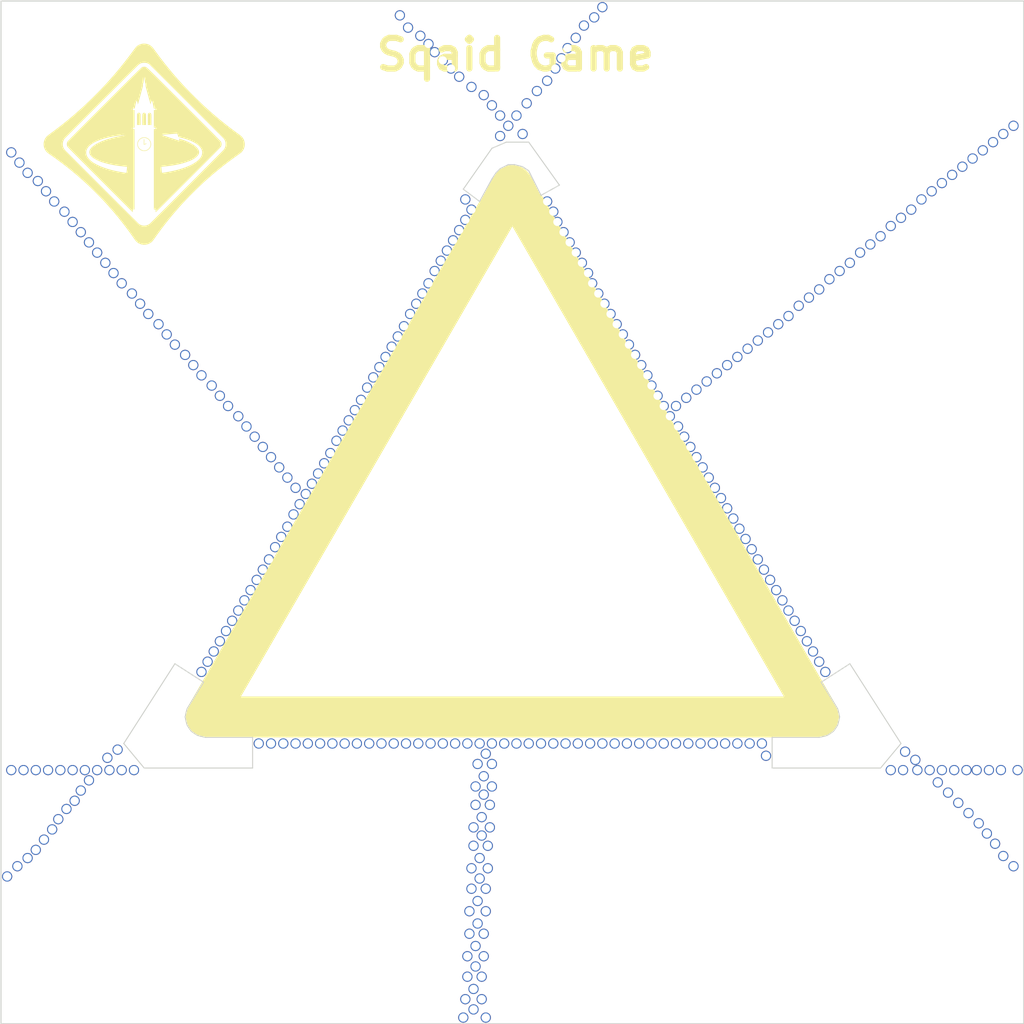
<source format=kicad_pcb>
(kicad_pcb (version 20240108) (generator "pcbnew") (generator_version "8.0")
  (layers (0 "F.Cu" signal) (31 "B.Cu" signal) (34 "B.Paste" user) (35 "F.Paste" user) (36 "B.SilkS" user "B.Silkscreen") (37 "F.SilkS" user "F.Silkscreen") (38 "B.Mask" user) (39 "F.Mask" user) (44 "Edge.Cuts" user))
  (net 0 "")
  (footprint "LOGO" (layer "F.Cu") (at 140.6 72.9)
    (property "Reference" "G***" (hide yes))
    (property "Value" "LOGO" (hide yes))
  )
  (gr_line (start 143.6 100.9) (end 158.6 74.919238) (stroke (width 2)) (layer "F.SilkS"))
  (gr_line (start 173.6 100.9) (end 158.6 74.919238) (stroke (width 2)) (layer "F.SilkS"))
  (gr_line (start 173.6 100.9) (end 143.6 100.9) (stroke (width 2)) (layer "F.SilkS"))
  (gr_line (start 159.1 74) (end 158.7 73.9) (stroke (width 0.05)) (layer "Edge.Cuts"))
  (gr_line (start 157.6 73.1) (end 158.3 72.8) (stroke (width 0.05)) (layer "Edge.Cuts"))
  (gr_line (start 142.7 100.5) (end 143.5 99.2) (stroke (width 0.05)) (layer "Edge.Cuts"))
  (gr_line (start 158.3 72.8) (end 159.4 72.8) (stroke (width 0.05)) (layer "Edge.Cuts"))
  (gr_line (start 160.9 74.9) (end 160 75.4) (stroke (width 0.05)) (layer "Edge.Cuts"))
  (gr_line (start 143.6 101.9) (end 143.2 101.8) (stroke (width 0.05)) (layer "Edge.Cuts"))
  (gr_line (start 145.9 101.9) (end 143.6 101.9) (stroke (width 0.05)) (layer "Edge.Cuts"))
  (gr_line (start 133.6 115.9) (end 133.6 65.9) (stroke (width 0.05)) (layer "Edge.Cuts"))
  (gr_line (start 174.6 100.9) (end 174.5 101.3) (stroke (width 0.05)) (layer "Edge.Cuts"))
  (gr_line (start 171.3 101.9) (end 171.3 103.4) (stroke (width 0.05)) (layer "Edge.Cuts"))
  (gr_line (start 156.2 75.1) (end 157.6 73.1) (stroke (width 0.05)) (layer "Edge.Cuts"))
  (gr_line (start 157.8 74.3) (end 157.6 74.6) (stroke (width 0.05)) (layer "Edge.Cuts"))
  (gr_line (start 174.3 101.6) (end 174 101.8) (stroke (width 0.05)) (layer "Edge.Cuts"))
  (gr_line (start 174.5 101.3) (end 174.3 101.6) (stroke (width 0.05)) (layer "Edge.Cuts"))
  (gr_line (start 158.4 73.9) (end 158 74.1) (stroke (width 0.05)) (layer "Edge.Cuts"))
  (gr_line (start 160 75.4) (end 159.4 74.2) (stroke (width 0.05)) (layer "Edge.Cuts"))
  (gr_line (start 143.5 99.2) (end 142.1 98.3) (stroke (width 0.05)) (layer "Edge.Cuts"))
  (gr_line (start 171.3 103.4) (end 176.6 103.4) (stroke (width 0.05)) (layer "Edge.Cuts"))
  (gr_line (start 157 75.7) (end 156.2 75.1) (stroke (width 0.05)) (layer "Edge.Cuts"))
  (gr_line (start 139.6 102.2) (end 140.6 103.4) (stroke (width 0.05)) (layer "Edge.Cuts"))
  (gr_line (start 158.7 73.9) (end 158.4 73.9) (stroke (width 0.05)) (layer "Edge.Cuts"))
  (gr_line (start 143.2 101.8) (end 142.9 101.6) (stroke (width 0.05)) (layer "Edge.Cuts"))
  (gr_line (start 158 74.1) (end 157.8 74.3) (stroke (width 0.05)) (layer "Edge.Cuts"))
  (gr_line (start 174 101.8) (end 173.6 101.9) (stroke (width 0.05)) (layer "Edge.Cuts"))
  (gr_line (start 159.4 72.8) (end 160.9 74.9) (stroke (width 0.05)) (layer "Edge.Cuts"))
  (gr_line (start 175.1 98.3) (end 173.7 99.2) (stroke (width 0.05)) (layer "Edge.Cuts"))
  (gr_line (start 173.7 99.2) (end 174.5 100.5) (stroke (width 0.05)) (layer "Edge.Cuts"))
  (gr_line (start 177.6 102.2) (end 175.1 98.3) (stroke (width 0.05)) (layer "Edge.Cuts"))
  (gr_line (start 183.6 65.9) (end 183.6 115.9) (stroke (width 0.05)) (layer "Edge.Cuts"))
  (gr_line (start 142.7 101.3) (end 142.6 100.9) (stroke (width 0.05)) (layer "Edge.Cuts"))
  (gr_line (start 145.9 103.4) (end 145.9 101.9) (stroke (width 0.05)) (layer "Edge.Cuts"))
  (gr_line (start 157.6 74.6) (end 157 75.7) (stroke (width 0.05)) (layer "Edge.Cuts"))
  (gr_line (start 142.6 100.9) (end 142.7 100.5) (stroke (width 0.05)) (layer "Edge.Cuts"))
  (gr_line (start 174.5 100.5) (end 174.6 100.9) (stroke (width 0.05)) (layer "Edge.Cuts"))
  (gr_line (start 159.4 74.2) (end 159.1 74) (stroke (width 0.05)) (layer "Edge.Cuts"))
  (gr_line (start 173.6 101.9) (end 171.3 101.9) (stroke (width 0.05)) (layer "Edge.Cuts"))
  (gr_line (start 176.6 103.4) (end 177.6 102.2) (stroke (width 0.05)) (layer "Edge.Cuts"))
  (gr_line (start 140.6 103.4) (end 145.9 103.4) (stroke (width 0.05)) (layer "Edge.Cuts"))
  (gr_line (start 142.1 98.3) (end 139.6 102.2) (stroke (width 0.05)) (layer "Edge.Cuts"))
  (gr_line (start 133.6 115.9) (end 183.6 115.9) (stroke (width 0.05)) (layer "Edge.Cuts"))
  (gr_line (start 183.6 65.9) (end 133.6 65.9) (stroke (width 0.05)) (layer "Edge.Cuts"))
  (gr_line (start 142.9 101.6) (end 142.7 101.3) (stroke (width 0.05)) (layer "Edge.Cuts"))
  (gr_text "Sqaid Game" (at 151.8 69.4 0) (layer "F.SilkS") (effects (font (size 1.5 1.5) (thickness 0.3) (bold yes)) (justify left bottom)))
  (via (at 162.3 79.2) (size 0.5) (drill 0.4) (layers "F.Cu" "B.Cu") (net 0))
  (via (at 179.4 104.1) (size 0.5) (drill 0.4) (layers "F.Cu" "B.Cu") (net 0))
  (via (at 177.7 103.5) (size 0.5) (drill 0.4) (layers "F.Cu" "B.Cu") (net 0))
  (via (at 156.6 70.1) (size 0.5) (drill 0.4) (layers "F.Cu" "B.Cu") (net 0))
  (via (at 152.1 83.8) (size 0.5) (drill 0.4) (layers "F.Cu" "B.Cu") (net 0))
  (via (at 160.3 75.7) (size 0.5) (drill 0.4) (layers "F.Cu" "B.Cu") (net 0))
  (via (at 166 85.7) (size 0.5) (drill 0.4) (layers "F.Cu" "B.Cu") (net 0))
  (via (at 167.1 85.3) (size 0.5) (drill 0.4) (layers "F.Cu" "B.Cu") (net 0))
  (via (at 138.8 102.9) (size 0.5) (drill 0.4) (layers "F.Cu" "B.Cu") (net 0))
  (via (at 172.1 95.7) (size 0.5) (drill 0.4) (layers "F.Cu" "B.Cu") (net 0))
  (via (at 157.2 70.5) (size 0.5) (drill 0.4) (layers "F.Cu" "B.Cu") (net 0))
  (via (at 156.8 104.3) (size 0.5) (drill 0.4) (layers "F.Cu" "B.Cu") (net 0))
  (via (at 156.7 114.2) (size 0.5) (drill 0.4) (layers "F.Cu" "B.Cu") (net 0))
  (via (at 151.2 85.4) (size 0.5) (drill 0.4) (layers "F.Cu" "B.Cu") (net 0))
  (via (at 151.6 102.2) (size 0.5) (drill 0.4) (layers "F.Cu" "B.Cu") (net 0))
  (via (at 178.3 103) (size 0.5) (drill 0.4) (layers "F.Cu" "B.Cu") (net 0))
  (via (at 146.4 93.7) (size 0.5) (drill 0.4) (layers "F.Cu" "B.Cu") (net 0))
  (via (at 167.2 102.2) (size 0.5) (drill 0.4) (layers "F.Cu" "B.Cu") (net 0))
  (via (at 139.1 79.2) (size 0.5) (drill 0.4) (layers "F.Cu" "B.Cu") (net 0))
  (via (at 164.6 83.2) (size 0.5) (drill 0.4) (layers "F.Cu" "B.Cu") (net 0))
  (via (at 183.1 72) (size 0.5) (drill 0.4) (layers "F.Cu" "B.Cu") (net 0))
  (via (at 157.1 114.7) (size 0.5) (drill 0.4) (layers "F.Cu" "B.Cu") (net 0))
  (via (at 149.7 88) (size 0.5) (drill 0.4) (layers "F.Cu" "B.Cu") (net 0))
  (via (at 136.4 105.9) (size 0.5) (drill 0.4) (layers "F.Cu" "B.Cu") (net 0))
  (via (at 168.1 84.5) (size 0.5) (drill 0.4) (layers "F.Cu" "B.Cu") (net 0))
  (via (at 134.5 73.8) (size 0.5) (drill 0.4) (layers "F.Cu" "B.Cu") (net 0))
  (via (at 146.1 94.2) (size 0.5) (drill 0.4) (layers "F.Cu" "B.Cu") (net 0))
  (via (at 177.8 102.6) (size 0.5) (drill 0.4) (layers "F.Cu" "B.Cu") (net 0))
  (via (at 149.1 89) (size 0.5) (drill 0.4) (layers "F.Cu" "B.Cu") (net 0))
  (via (at 157.6 103.2) (size 0.5) (drill 0.4) (layers "F.Cu" "B.Cu") (net 0))
  (via (at 168.5 89.7) (size 0.5) (drill 0.4) (layers "F.Cu" "B.Cu") (net 0))
  (via (at 182.6 72.4) (size 0.5) (drill 0.4) (layers "F.Cu" "B.Cu") (net 0))
  (via (at 159.1 72.4) (size 0.5) (drill 0.4) (layers "F.Cu" "B.Cu") (net 0))
  (via (at 156.4 112.6) (size 0.5) (drill 0.4) (layers "F.Cu" "B.Cu") (net 0))
  (via (at 152.2 102.2) (size 0.5) (drill 0.4) (layers "F.Cu" "B.Cu") (net 0))
  (via (at 166 102.2) (size 0.5) (drill 0.4) (layers "F.Cu" "B.Cu") (net 0))
  (via (at 179.6 103.5) (size 0.5) (drill 0.4) (layers "F.Cu" "B.Cu") (net 0))
  (via (at 134.1 73.3) (size 0.5) (drill 0.4) (layers "F.Cu" "B.Cu") (net 0))
  (via (at 150 87.4) (size 0.5) (drill 0.4) (layers "F.Cu" "B.Cu") (net 0))
  (via (at 156 77.1) (size 0.5) (drill 0.4) (layers "F.Cu" "B.Cu") (net 0))
  (via (at 159.3 70.9) (size 0.5) (drill 0.4) (layers "F.Cu" "B.Cu") (net 0))
  (via (at 156.5 111.5) (size 0.5) (drill 0.4) (layers "F.Cu" "B.Cu") (net 0))
  (via (at 155.2 68.8) (size 0.5) (drill 0.4) (layers "F.Cu" "B.Cu") (net 0))
  (via (at 158.2 102.2) (size 0.5) (drill 0.4) (layers "F.Cu" "B.Cu") (net 0))
  (via (at 150.9 85.9) (size 0.5) (drill 0.4) (layers "F.Cu" "B.Cu") (net 0))
  (via (at 156.3 75.6) (size 0.5) (drill 0.4) (layers "F.Cu" "B.Cu") (net 0))
  (via (at 169 102.2) (size 0.5) (drill 0.4) (layers "F.Cu" "B.Cu") (net 0))
  (via (at 179 103.5) (size 0.5) (drill 0.4) (layers "F.Cu" "B.Cu") (net 0))
  (via (at 167.6 84.9) (size 0.5) (drill 0.4) (layers "F.Cu" "B.Cu") (net 0))
  (via (at 134.9 107.8) (size 0.5) (drill 0.4) (layers "F.Cu" "B.Cu") (net 0))
  (via (at 156.8 113.1) (size 0.5) (drill 0.4) (layers "F.Cu" "B.Cu") (net 0))
  (via (at 133.9 108.7) (size 0.5) (drill 0.4) (layers "F.Cu" "B.Cu") (net 0))
  (via (at 162.8 80.2) (size 0.5) (drill 0.4) (layers "F.Cu" "B.Cu") (net 0))
  (via (at 168.2 89.2) (size 0.5) (drill 0.4) (layers "F.Cu" "B.Cu") (net 0))
  (via (at 173.6 80) (size 0.5) (drill 0.4) (layers "F.Cu" "B.Cu") (net 0))
  (via (at 170.6 93.2) (size 0.5) (drill 0.4) (layers "F.Cu" "B.Cu") (net 0))
  (via (at 181.1 73.6) (size 0.5) (drill 0.4) (layers "F.Cu" "B.Cu") (net 0))
  (via (at 169.1 90.7) (size 0.5) (drill 0.4) (layers "F.Cu" "B.Cu") (net 0))
  (via (at 135.9 103.5) (size 0.5) (drill 0.4) (layers "F.Cu" "B.Cu") (net 0))
  (via (at 157.2 111.5) (size 0.5) (drill 0.4) (layers "F.Cu" "B.Cu") (net 0))
  (via (at 164.9 83.7) (size 0.5) (drill 0.4) (layers "F.Cu" "B.Cu") (net 0))
  (via (at 156.8 105.2) (size 0.5) (drill 0.4) (layers "F.Cu" "B.Cu") (net 0))
  (via (at 136.5 103.5) (size 0.5) (drill 0.4) (layers "F.Cu" "B.Cu") (net 0))
  (via (at 157 102.2) (size 0.5) (drill 0.4) (layers "F.Cu" "B.Cu") (net 0))
  (via (at 164.3 82.7) (size 0.5) (drill 0.4) (layers "F.Cu" "B.Cu") (net 0))
  (via (at 165.4 102.2) (size 0.5) (drill 0.4) (layers "F.Cu" "B.Cu") (net 0))
  (via (at 167.3 87.7) (size 0.5) (drill 0.4) (layers "F.Cu" "B.Cu") (net 0))
  (via (at 135.4 74.7) (size 0.5) (drill 0.4) (layers "F.Cu" "B.Cu") (net 0))
  (via (at 171 102.8) (size 0.5) (drill 0.4) (layers "F.Cu" "B.Cu") (net 0))
  (via (at 182.2 107.1) (size 0.5) (drill 0.4) (layers "F.Cu" "B.Cu") (net 0))
  (via (at 171.8 95.2) (size 0.5) (drill 0.4) (layers "F.Cu" "B.Cu") (net 0))
  (via (at 157.6 102.2) (size 0.5) (drill 0.4) (layers "F.Cu" "B.Cu") (net 0))
  (via (at 164 82.2) (size 0.5) (drill 0.4) (layers "F.Cu" "B.Cu") (net 0))
  (via (at 181.8 106.6) (size 0.5) (drill 0.4) (layers "F.Cu" "B.Cu") (net 0))
  (via (at 136.7 76.2) (size 0.5) (drill 0.4) (layers "F.Cu" "B.Cu") (net 0))
  (via (at 161.2 102.2) (size 0.5) (drill 0.4) (layers "F.Cu" "B.Cu") (net 0))
  (via (at 171.2 94.2) (size 0.5) (drill 0.4) (layers "F.Cu" "B.Cu") (net 0))
  (via (at 163.7 81.7) (size 0.5) (drill 0.4) (layers "F.Cu" "B.Cu") (net 0))
  (via (at 154.5 79.7) (size 0.5) (drill 0.4) (layers "F.Cu" "B.Cu") (net 0))
  (via (at 144.7 85.7) (size 0.5) (drill 0.4) (layers "F.Cu" "B.Cu") (net 0))
  (via (at 167.6 88.2) (size 0.5) (drill 0.4) (layers "F.Cu" "B.Cu") (net 0))
  (via (at 140.1 103.5) (size 0.5) (drill 0.4) (layers "F.Cu" "B.Cu") (net 0))
  (via (at 160.6 102.2) (size 0.5) (drill 0.4) (layers "F.Cu" "B.Cu") (net 0))
  (via (at 157.4 107.2) (size 0.5) (drill 0.4) (layers "F.Cu" "B.Cu") (net 0))
  (via (at 144 97.7) (size 0.5) (drill 0.4) (layers "F.Cu" "B.Cu") (net 0))
  (via (at 151.5 84.8) (size 0.5) (drill 0.4) (layers "F.Cu" "B.Cu") (net 0))
  (via (at 181.3 103.5) (size 0.5) (drill 0.4) (layers "F.Cu" "B.Cu") (net 0))
  (via (at 158 72.5) (size 0.5) (drill 0.4) (layers "F.Cu" "B.Cu") (net 0))
  (via (at 183.1 108.2) (size 0.5) (drill 0.4) (layers "F.Cu" "B.Cu") (net 0))
  (via (at 140.4 80.7) (size 0.5) (drill 0.4) (layers "F.Cu" "B.Cu") (net 0))
  (via (at 170.6 82.5) (size 0.5) (drill 0.4) (layers "F.Cu" "B.Cu") (net 0))
  (via (at 135.7 106.9) (size 0.5) (drill 0.4) (layers "F.Cu" "B.Cu") (net 0))
  (via (at 167.8 102.2) (size 0.5) (drill 0.4) (layers "F.Cu" "B.Cu") (net 0))
  (via (at 157.6 104.3) (size 0.5) (drill 0.4) (layers "F.Cu" "B.Cu") (net 0))
  (via (at 135.3 107.4) (size 0.5) (drill 0.4) (layers "F.Cu" "B.Cu") (net 0))
  (via (at 151 102.2) (size 0.5) (drill 0.4) (layers "F.Cu" "B.Cu") (net 0))
  (via (at 161.8 102.2) (size 0.5) (drill 0.4) (layers "F.Cu" "B.Cu") (net 0))
  (via (at 145.8 94.7) (size 0.5) (drill 0.4) (layers "F.Cu" "B.Cu") (net 0))
  (via (at 147.9 91) (size 0.5) (drill 0.4) (layers "F.Cu" "B.Cu") (net 0))
  (via (at 161 68.7) (size 0.5) (drill 0.4) (layers "F.Cu" "B.Cu") (net 0))
  (via (at 147.6 91.6) (size 0.5) (drill 0.4) (layers "F.Cu" "B.Cu") (net 0))
  (via (at 157.3 110.4) (size 0.5) (drill 0.4) (layers "F.Cu" "B.Cu") (net 0))
  (via (at 157.2 112.6) (size 0.5) (drill 0.4) (layers "F.Cu" "B.Cu") (net 0))
  (via (at 144.3 85.2) (size 0.5) (drill 0.4) (layers "F.Cu" "B.Cu") (net 0))
  (via (at 168.4 102.2) (size 0.5) (drill 0.4) (layers "F.Cu" "B.Cu") (net 0))
  (via (at 153.3 81.8) (size 0.5) (drill 0.4) (layers "F.Cu" "B.Cu") (net 0))
  (via (at 154.2 80.2) (size 0.5) (drill 0.4) (layers "F.Cu" "B.Cu") (net 0))
  (via (at 158.8 102.2) (size 0.5) (drill 0.4) (layers "F.Cu" "B.Cu") (net 0))
  (via (at 178.4 103.5) (size 0.5) (drill 0.4) (layers "F.Cu" "B.Cu") (net 0))
  (via (at 153.4 102.2) (size 0.5) (drill 0.4) (layers "F.Cu" "B.Cu") (net 0))
  (via (at 143.7 98.2) (size 0.5) (drill 0.4) (layers "F.Cu" "B.Cu") (net 0))
  (via (at 156.4 102.2) (size 0.5) (drill 0.4) (layers "F.Cu" "B.Cu") (net 0))
  (via (at 152.8 102.2) (size 0.5) (drill 0.4) (layers "F.Cu" "B.Cu") (net 0))
  (via (at 157 108.8) (size 0.5) (drill 0.4) (layers "F.Cu" "B.Cu") (net 0))
  (via (at 134.9 74.3) (size 0.5) (drill 0.4) (layers "F.Cu" "B.Cu") (net 0))
  (via (at 159.8 70.3) (size 0.5) (drill 0.4) (layers "F.Cu" "B.Cu") (net 0))
  (via (at 155.6 69.2) (size 0.5) (drill 0.4) (layers "F.Cu" "B.Cu") (net 0))
  (via (at 137.1 103.5) (size 0.5) (drill 0.4) (layers "F.Cu" "B.Cu") (net 0))
  (via (at 173 97.2) (size 0.5) (drill 0.4) (layers "F.Cu" "B.Cu") (net 0))
  (via (at 134.1 103.5) (size 0.5) (drill 0.4) (layers "F.Cu" "B.Cu") (net 0))
  (via (at 150.6 86.4) (size 0.5) (drill 0.4) (layers "F.Cu" "B.Cu") (net 0))
  (via (at 148 89.7) (size 0.5) (drill 0.4) (layers "F.Cu" "B.Cu") (net 0))
  (via (at 173.9 98.7) (size 0.5) (drill 0.4) (layers "F.Cu" "B.Cu") (net 0))
  (via (at 136.1 106.4) (size 0.5) (drill 0.4) (layers "F.Cu" "B.Cu") (net 0))
  (via (at 173.6 98.2) (size 0.5) (drill 0.4) (layers "F.Cu" "B.Cu") (net 0))
  (via (at 143.4 84.2) (size 0.5) (drill 0.4) (layers "F.Cu" "B.Cu") (net 0))
  (via (at 180.4 105.1) (size 0.5) (drill 0.4) (layers "F.Cu" "B.Cu") (net 0))
  (via (at 156.3 76.6) (size 0.5) (drill 0.4) (layers "F.Cu" "B.Cu") (net 0))
  (via (at 157.5 106.3) (size 0.5) (drill 0.4) (layers "F.Cu" "B.Cu") (net 0))
  (via (at 134.7 103.5) (size 0.5) (drill 0.4) (layers "F.Cu" "B.Cu") (net 0))
  (via (at 147.4 102.2) (size 0.5) (drill 0.4) (layers "F.Cu" "B.Cu") (net 0))
  (via (at 149.8 102.2) (size 0.5) (drill 0.4) (layers "F.Cu" "B.Cu") (net 0))
  (via (at 157.3 109.3) (size 0.5) (drill 0.4) (layers "F.Cu" "B.Cu") (net 0))
  (via (at 144.3 97.2) (size 0.5) (drill 0.4) (layers "F.Cu" "B.Cu") (net 0))
  (via (at 148.5 90) (size 0.5) (drill 0.4) (layers "F.Cu" "B.Cu") (net 0))
  (via (at 147.6 89.2) (size 0.5) (drill 0.4) (layers "F.Cu" "B.Cu") (net 0))
  (via (at 154.6 102.2) (size 0.5) (drill 0.4) (layers "F.Cu" "B.Cu") (net 0))
  (via (at 143.4 98.7) (size 0.5) (drill 0.4) (layers "F.Cu" "B.Cu") (net 0))
  (via (at 155.4 78.1) (size 0.5) (drill 0.4) (layers "F.Cu" "B.Cu") (net 0))
  (via (at 161.7 67.7) (size 0.5) (drill 0.4) (layers "F.Cu" "B.Cu") (net 0))
  (via (at 173.1 80.4) (size 0.5) (drill 0.4) (layers "F.Cu" "B.Cu") (net 0))
  (via (at 181.9 103.5) (size 0.5) (drill 0.4) (layers "F.Cu" "B.Cu") (net 0))
  (via (at 180.1 74.4) (size 0.5) (drill 0.4) (layers "F.Cu" "B.Cu") (net 0))
  (via (at 160.8 76.7) (size 0.5) (drill 0.4) (layers "F.Cu" "B.Cu") (net 0))
  (via (at 149.4 88.5) (size 0.5) (drill 0.4) (layers "F.Cu" "B.Cu") (net 0))
  (via (at 156.6 108.3) (size 0.5) (drill 0.4) (layers "F.Cu" "B.Cu") (net 0))
  (via (at 179.1 75.2) (size 0.5) (drill 0.4) (layers "F.Cu" "B.Cu") (net 0))
  (via (at 182.485273 103.497267) (size 0.5) (drill 0.4) (layers "F.Cu" "B.Cu") (net 0))
  (via (at 154.1 67.6) (size 0.5) (drill 0.4) (layers "F.Cu" "B.Cu") (net 0))
  (via (at 162.4 102.2) (size 0.5) (drill 0.4) (layers "F.Cu" "B.Cu") (net 0))
  (via (at 173.3 97.7) (size 0.5) (drill 0.4) (layers "F.Cu" "B.Cu") (net 0))
  (via (at 166.3 86.2) (size 0.5) (drill 0.4) (layers "F.Cu" "B.Cu") (net 0))
  (via (at 171.1 82.1) (size 0.5) (drill 0.4) (layers "F.Cu" "B.Cu") (net 0))
  (via (at 176.6 77.4) (size 0.5) (drill 0.4) (layers "F.Cu" "B.Cu") (net 0))
  (via (at 157.1 106.7) (size 0.5) (drill 0.4) (layers "F.Cu" "B.Cu") (net 0))
  (via (at 150.3 86.9) (size 0.5) (drill 0.4) (layers "F.Cu" "B.Cu") (net 0))
  (via (at 143.9 84.7) (size 0.5) (drill 0.4) (layers "F.Cu" "B.Cu") (net 0))
  (via (at 165.2 84.2) (size 0.5) (drill 0.4) (layers "F.Cu" "B.Cu") (net 0))
  (via (at 142.6 83.2) (size 0.5) (drill 0.4) (layers "F.Cu" "B.Cu") (net 0))
  (via (at 141.7 82.2) (size 0.5) (drill 0.4) (layers "F.Cu" "B.Cu") (net 0))
  (via (at 147.2 88.7) (size 0.5) (drill 0.4) (layers "F.Cu" "B.Cu") (net 0))
  (via (at 175.6 78.2) (size 0.5) (drill 0.4) (layers "F.Cu" "B.Cu") (net 0))
  (via (at 180.9 105.6) (size 0.5) (drill 0.4) (layers "F.Cu" "B.Cu") (net 0))
  (via (at 161.7 78.2) (size 0.5) (drill 0.4) (layers "F.Cu" "B.Cu") (net 0))
  (via (at 169.6 83.3) (size 0.5) (drill 0.4) (layers "F.Cu" "B.Cu") (net 0))
  (via (at 156.8 112.1) (size 0.5) (drill 0.4) (layers "F.Cu" "B.Cu") (net 0))
  (via (at 172.7 96.7) (size 0.5) (drill 0.4) (layers "F.Cu" "B.Cu") (net 0))
  (via (at 157.2 103.8) (size 0.5) (drill 0.4) (layers "F.Cu" "B.Cu") (net 0))
  (via (at 140 80.2) (size 0.5) (drill 0.4) (layers "F.Cu" "B.Cu") (net 0))
  (via (at 177.6 76.5) (size 0.5) (drill 0.4) (layers "F.Cu" "B.Cu") (net 0))
  (via (at 163 66.2) (size 0.5) (drill 0.4) (layers "F.Cu" "B.Cu") (net 0))
  (via (at 155.1 78.6) (size 0.5) (drill 0.4) (layers "F.Cu" "B.Cu") (net 0))
  (via (at 156.7 115.2) (size 0.5) (drill 0.4) (layers "F.Cu" "B.Cu") (net 0))
  (via (at 153 82.3) (size 0.5) (drill 0.4) (layers "F.Cu" "B.Cu") (net 0))
  (via (at 144.6 96.7) (size 0.5) (drill 0.4) (layers "F.Cu" "B.Cu") (net 0))
  (via (at 169.1 83.7) (size 0.5) (drill 0.4) (layers "F.Cu" "B.Cu") (net 0))
  (via (at 172.1 81.3) (size 0.5) (drill 0.4) (layers "F.Cu" "B.Cu") (net 0))
  (via (at 148 102.2) (size 0.5) (drill 0.4) (layers "F.Cu" "B.Cu") (net 0))
  (via (at 156.5 110.4) (size 0.5) (drill 0.4) (layers "F.Cu" "B.Cu") (net 0))
  (via (at 164.8 102.2) (size 0.5) (drill 0.4) (layers "F.Cu" "B.Cu") (net 0))
  (via (at 174.6 79.1) (size 0.5) (drill 0.4) (layers "F.Cu" "B.Cu") (net 0))
  (via (at 143 83.7) (size 0.5) (drill 0.4) (layers "F.Cu" "B.Cu") (net 0))
  (via (at 138.3 103.5) (size 0.5) (drill 0.4) (layers "F.Cu" "B.Cu") (net 0))
  (via (at 170.8 102.2) (size 0.5) (drill 0.4) (layers "F.Cu" "B.Cu") (net 0))
  (via (at 139.3 102.5) (size 0.5) (drill 0.4) (layers "F.Cu" "B.Cu") (net 0))
  (via (at 178.1 76.1) (size 0.5) (drill 0.4) (layers "F.Cu" "B.Cu") (net 0))
  (via (at 156.6 109.3) (size 0.5) (drill 0.4) (layers "F.Cu" "B.Cu") (net 0))
  (via (at 139.5 103.5) (size 0.5) (drill 0.4) (layers "F.Cu" "B.Cu") (net 0))
  (via (at 169.4 91.2) (size 0.5) (drill 0.4) (layers "F.Cu" "B.Cu") (net 0))
  (via (at 136.2 75.7) (size 0.5) (drill 0.4) (layers "F.Cu" "B.Cu") (net 0))
  (via (at 141.3 81.7) (size 0.5) (drill 0.4) (layers "F.Cu" "B.Cu") (net 0))
  (via (at 153.1 66.6) (size 0.5) (drill 0.4) (layers "F.Cu" "B.Cu") (net 0))
  (via (at 170.9 93.7) (size 0.5) (drill 0.4) (layers "F.Cu" "B.Cu") (net 0))
  (via (at 159.4 102.2) (size 0.5) (drill 0.4) (layers "F.Cu" "B.Cu") (net 0))
  (via (at 134.4 108.2) (size 0.5) (drill 0.4) (layers "F.Cu" "B.Cu") (net 0))
  (via (at 157.6 71) (size 0.5) (drill 0.4) (layers "F.Cu" "B.Cu") (net 0))
  (via (at 181.6 73.2) (size 0.5) (drill 0.4) (layers "F.Cu" "B.Cu") (net 0))
  (via (at 138.3 78.2) (size 0.5) (drill 0.4) (layers "F.Cu" "B.Cu") (net 0))
  (via (at 156.2 115.6) (size 0.5) (drill 0.4) (layers "F.Cu" "B.Cu") (net 0))
  (via (at 166.7 86.7) (size 0.5) (drill 0.4) (layers "F.Cu" "B.Cu") (net 0))
  (via (at 148.8 89.5) (size 0.5) (drill 0.4) (layers "F.Cu" "B.Cu") (net 0))
  (via (at 154.8 79.1) (size 0.5) (drill 0.4) (layers "F.Cu" "B.Cu") (net 0))
  (via (at 137.9 104) (size 0.5) (drill 0.4) (layers "F.Cu" "B.Cu") (net 0))
  (via (at 156.6 76.1) (size 0.5) (drill 0.4) (layers "F.Cu" "B.Cu") (net 0))
  (via (at 156.3 114.7) (size 0.5) (drill 0.4) (layers "F.Cu" "B.Cu") (net 0))
  (via (at 163.6 102.2) (size 0.5) (drill 0.4) (layers "F.Cu" "B.Cu") (net 0))
  (via (at 135.8 75.2) (size 0.5) (drill 0.4) (layers "F.Cu" "B.Cu") (net 0))
  (via (at 138.7 78.7) (size 0.5) (drill 0.4) (layers "F.Cu" "B.Cu") (net 0))
  (via (at 153.9 80.7) (size 0.5) (drill 0.4) (layers "F.Cu" "B.Cu") (net 0))
  (via (at 147 92.6) (size 0.5) (drill 0.4) (layers "F.Cu" "B.Cu") (net 0))
  (via (at 157.1 113.6) (size 0.5) (drill 0.4) (layers "F.Cu" "B.Cu") (net 0))
  (via (at 160.3 69.8) (size 0.5) (drill 0.4) (layers "F.Cu" "B.Cu") (net 0))
  (via (at 164.2 102.2) (size 0.5) (drill 0.4) (layers "F.Cu" "B.Cu") (net 0))
  (via (at 170 92.2) (size 0.5) (drill 0.4) (layers "F.Cu" "B.Cu") (net 0))
  (via (at 171.5 94.7) (size 0.5) (drill 0.4) (layers "F.Cu" "B.Cu") (net 0))
  (via (at 137.7 103.5) (size 0.5) (drill 0.4) (layers "F.Cu" "B.Cu") (net 0))
  (via (at 148.6 102.2) (size 0.5) (drill 0.4) (layers "F.Cu" "B.Cu") (net 0))
  (via (at 146.7 93.2) (size 0.5) (drill 0.4) (layers "F.Cu" "B.Cu") (net 0))
  (via (at 145.2 95.7) (size 0.5) (drill 0.4) (layers "F.Cu" "B.Cu") (net 0))
  (via (at 170.2 102.2) (size 0.5) (drill 0.4) (layers "F.Cu" "B.Cu") (net 0))
  (via (at 146.8 102.2) (size 0.5) (drill 0.4) (layers "F.Cu" "B.Cu") (net 0))
  (via (at 155.8 102.2) (size 0.5) (drill 0.4) (layers "F.Cu" "B.Cu") (net 0))
  (via (at 157.4 108.3) (size 0.5) (drill 0.4) (layers "F.Cu" "B.Cu") (net 0))
  (via (at 180.8 103.5) (size 0.5) (drill 0.4) (layers "F.Cu" "B.Cu") (net 0))
  (via (at 158.4 72) (size 0.5) (drill 0.4) (layers "F.Cu" "B.Cu") (net 0))
  (via (at 157.5 105.2) (size 0.5) (drill 0.4) (layers "F.Cu" "B.Cu") (net 0))
  (via (at 182.6 107.7) (size 0.5) (drill 0.4) (layers "F.Cu" "B.Cu") (net 0))
  (via (at 180.6 74) (size 0.5) (drill 0.4) (layers "F.Cu" "B.Cu") (net 0))
  (via (at 162 78.7) (size 0.5) (drill 0.4) (layers "F.Cu" "B.Cu") (net 0))
  (via (at 183.3 103.5) (size 0.5) (drill 0.4) (layers "F.Cu" "B.Cu") (net 0))
  (via (at 176.1 77.8) (size 0.5) (drill 0.4) (layers "F.Cu" "B.Cu") (net 0))
  (via (at 155.7 77.6) (size 0.5) (drill 0.4) (layers "F.Cu" "B.Cu") (net 0))
  (via (at 162.5 79.7) (size 0.5) (drill 0.4) (layers "F.Cu" "B.Cu") (net 0))
  (via (at 168.6 84.1) (size 0.5) (drill 0.4) (layers "F.Cu" "B.Cu") (net 0))
  (via (at 156.9 103.2) (size 0.5) (drill 0.4) (layers "F.Cu" "B.Cu") (net 0))
  (via (at 170.1 82.9) (size 0.5) (drill 0.4) (layers "F.Cu" "B.Cu") (net 0))
  (via (at 154 102.2) (size 0.5) (drill 0.4) (layers "F.Cu" "B.Cu") (net 0))
  (via (at 145.6 86.7) (size 0.5) (drill 0.4) (layers "F.Cu" "B.Cu") (net 0))
  (via (at 137.1 76.7) (size 0.5) (drill 0.4) (layers "F.Cu" "B.Cu") (net 0))
  (via (at 153.5 67.2) (size 0.5) (drill 0.4) (layers "F.Cu" "B.Cu") (net 0))
  (via (at 169.7 91.7) (size 0.5) (drill 0.4) (layers "F.Cu" "B.Cu") (net 0))
  (via (at 161.3 68.2) (size 0.5) (drill 0.4) (layers "F.Cu" "B.Cu") (net 0))
  (via (at 140.8 81.2) (size 0.5) (drill 0.4) (layers "F.Cu" "B.Cu") (net 0))
  (via (at 162.6 66.7) (size 0.5) (drill 0.4) (layers "F.Cu" "B.Cu") (net 0))
  (via (at 135.3 103.5) (size 0.5) (drill 0.4) (layers "F.Cu" "B.Cu") (net 0))
  (via (at 171.6 81.7) (size 0.5) (drill 0.4) (layers "F.Cu" "B.Cu") (net 0))
  (via (at 160.7 69.2) (size 0.5) (drill 0.4) (layers "F.Cu" "B.Cu") (net 0))
  (via (at 142.1 82.7) (size 0.5) (drill 0.4) (layers "F.Cu" "B.Cu") (net 0))
  (via (at 148.2 90.5) (size 0.5) (drill 0.4) (layers "F.Cu" "B.Cu") (net 0))
  (via (at 165.4 84.7) (size 0.5) (drill 0.4) (layers "F.Cu" "B.Cu") (net 0))
  (via (at 172.4 96.2) (size 0.5) (drill 0.4) (layers "F.Cu" "B.Cu") (net 0))
  (via (at 160 102.2) (size 0.5) (drill 0.4) (layers "F.Cu" "B.Cu") (net 0))
  (via (at 172.6 80.8) (size 0.5) (drill 0.4) (layers "F.Cu" "B.Cu") (net 0))
  (via (at 136.8 105.4) (size 0.5) (drill 0.4) (layers "F.Cu" "B.Cu") (net 0))
  (via (at 178.6 75.6) (size 0.5) (drill 0.4) (layers "F.Cu" "B.Cu") (net 0))
  (via (at 153.6 81.2) (size 0.5) (drill 0.4) (layers "F.Cu" "B.Cu") (net 0))
  (via (at 157.3 102.7) (size 0.5) (drill 0.4) (layers "F.Cu" "B.Cu") (net 0))
  (via (at 146 87.2) (size 0.5) (drill 0.4) (layers "F.Cu" "B.Cu") (net 0))
  (via (at 138.9 103.5) (size 0.5) (drill 0.4) (layers "F.Cu" "B.Cu") (net 0))
  (via (at 156.7 106.3) (size 0.5) (drill 0.4) (layers "F.Cu" "B.Cu") (net 0))
  (via (at 163.1 80.7) (size 0.5) (drill 0.4) (layers "F.Cu" "B.Cu") (net 0))
  (via (at 137.5 77.2) (size 0.5) (drill 0.4) (layers "F.Cu" "B.Cu") (net 0))
  (via (at 166.6 85.7) (size 0.5) (drill 0.4) (layers "F.Cu" "B.Cu") (net 0))
  (via (at 175.1 78.7) (size 0.5) (drill 0.4) (layers "F.Cu" "B.Cu") (net 0))
  (via (at 157.3 115.6) (size 0.5) (drill 0.4) (layers "F.Cu" "B.Cu") (net 0))
  (via (at 137.9 77.7) (size 0.5) (drill 0.4) (layers "F.Cu" "B.Cu") (net 0))
  (via (at 161.4 77.7) (size 0.5) (drill 0.4) (layers "F.Cu" "B.Cu") (net 0))
  (via (at 154.5 68) (size 0.5) (drill 0.4) (layers "F.Cu" "B.Cu") (net 0))
  (via (at 177.1 76.9) (size 0.5) (drill 0.4) (layers "F.Cu" "B.Cu") (net 0))
  (via (at 161.1 77.2) (size 0.5) (drill 0.4) (layers "F.Cu" "B.Cu") (net 0))
  (via (at 160.6 76.2) (size 0.5) (drill 0.4) (layers "F.Cu" "B.Cu") (net 0))
  (via (at 156.9 111) (size 0.5) (drill 0.4) (layers "F.Cu" "B.Cu") (net 0))
  (via (at 139.5 79.7) (size 0.5) (drill 0.4) (layers "F.Cu" "B.Cu") (net 0))
  (via (at 181.4 106.1) (size 0.5) (drill 0.4) (layers "F.Cu" "B.Cu") (net 0))
  (via (at 145.2 86.2) (size 0.5) (drill 0.4) (layers "F.Cu" "B.Cu") (net 0))
  (via (at 169.6 102.2) (size 0.5) (drill 0.4) (layers "F.Cu" "B.Cu") (net 0))
  (via (at 157.2 104.7) (size 0.5) (drill 0.4) (layers "F.Cu" "B.Cu") (net 0))
  (via (at 182.1 72.8) (size 0.5) (drill 0.4) (layers "F.Cu" "B.Cu") (net 0))
  (via (at 157 107.8) (size 0.5) (drill 0.4) (layers "F.Cu" "B.Cu") (net 0))
  (via (at 146.2 102.2) (size 0.5) (drill 0.4) (layers "F.Cu" "B.Cu") (net 0))
  (via (at 166.6 102.2) (size 0.5) (drill 0.4) (layers "F.Cu" "B.Cu") (net 0))
  (via (at 146.4 87.7) (size 0.5) (drill 0.4) (layers "F.Cu" "B.Cu") (net 0))
  (via (at 145.5 95.2) (size 0.5) (drill 0.4) (layers "F.Cu" "B.Cu") (net 0))
  (via (at 155.2 102.2) (size 0.5) (drill 0.4) (layers "F.Cu" "B.Cu") (net 0))
  (via (at 156 69.6) (size 0.5) (drill 0.4) (layers "F.Cu" "B.Cu") (net 0))
  (via (at 150.4 102.2) (size 0.5) (drill 0.4) (layers "F.Cu" "B.Cu") (net 0))
  (via (at 147.3 92.1) (size 0.5) (drill 0.4) (layers "F.Cu" "B.Cu") (net 0))
  (via (at 179.6 74.8) (size 0.5) (drill 0.4) (layers "F.Cu" "B.Cu") (net 0))
  (via (at 149.2 102.2) (size 0.5) (drill 0.4) (layers "F.Cu" "B.Cu") (net 0))
  (via (at 168.8 90.2) (size 0.5) (drill 0.4) (layers "F.Cu" "B.Cu") (net 0))
  (via (at 144.9 96.2) (size 0.5) (drill 0.4) (layers "F.Cu" "B.Cu") (net 0))
  (via (at 167 87.2) (size 0.5) (drill 0.4) (layers "F.Cu" "B.Cu") (net 0))
  (via (at 137.5 104.5) (size 0.5) (drill 0.4) (layers "F.Cu" "B.Cu") (net 0))
  (via (at 152.7 82.8) (size 0.5) (drill 0.4) (layers "F.Cu" "B.Cu") (net 0))
  (via (at 137.2 105) (size 0.5) (drill 0.4) (layers "F.Cu" "B.Cu") (net 0))
  (via (at 162.1 67.1) (size 0.5) (drill 0.4) (layers "F.Cu" "B.Cu") (net 0))
  (via (at 151.8 84.3) (size 0.5) (drill 0.4) (layers "F.Cu" "B.Cu") (net 0))
  (via (at 177.1 103.5) (size 0.5) (drill 0.4) (layers "F.Cu" "B.Cu") (net 0))
  (via (at 174.1 79.5) (size 0.5) (drill 0.4) (layers "F.Cu" "B.Cu") (net 0))
  (via (at 165.7 85.2) (size 0.5) (drill 0.4) (layers "F.Cu" "B.Cu") (net 0))
  (via (at 152.4 83.3) (size 0.5) (drill 0.4) (layers "F.Cu" "B.Cu") (net 0))
  (via (at 163 102.2) (size 0.5) (drill 0.4) (layers "F.Cu" "B.Cu") (net 0))
  (via (at 157.1 105.8) (size 0.5) (drill 0.4) (layers "F.Cu" "B.Cu") (net 0))
  (via (at 154.8 68.4) (size 0.5) (drill 0.4) (layers "F.Cu" "B.Cu") (net 0))
  (via (at 146.8 88.2) (size 0.5) (drill 0.4) (layers "F.Cu" "B.Cu") (net 0))
  (via (at 156.9 109.9) (size 0.5) (drill 0.4) (layers "F.Cu" "B.Cu") (net 0))
  (via (at 158 71.5) (size 0.5) (drill 0.4) (layers "F.Cu" "B.Cu") (net 0))
  (via (at 156.7 107.2) (size 0.5) (drill 0.4) (layers "F.Cu" "B.Cu") (net 0))
  (via (at 156.4 113.6) (size 0.5) (drill 0.4) (layers "F.Cu" "B.Cu") (net 0))
  (via (at 167.9 88.7) (size 0.5) (drill 0.4) (layers "F.Cu" "B.Cu") (net 0))
  (via (at 163.4 81.2) (size 0.5) (drill 0.4) (layers "F.Cu" "B.Cu") (net 0))
  (via (at 170.3 92.7) (size 0.5) (drill 0.4) (layers "F.Cu" "B.Cu") (net 0))
  (via (at 180.2 103.5) (size 0.5) (drill 0.4) (layers "F.Cu" "B.Cu") (net 0))
  (via (at 158.8 71.5) (size 0.5) (drill 0.4) (layers "F.Cu" "B.Cu") (net 0))
  (via (at 179.9 104.6) (size 0.5) (drill 0.4) (layers "F.Cu" "B.Cu") (net 0))
)
</source>
